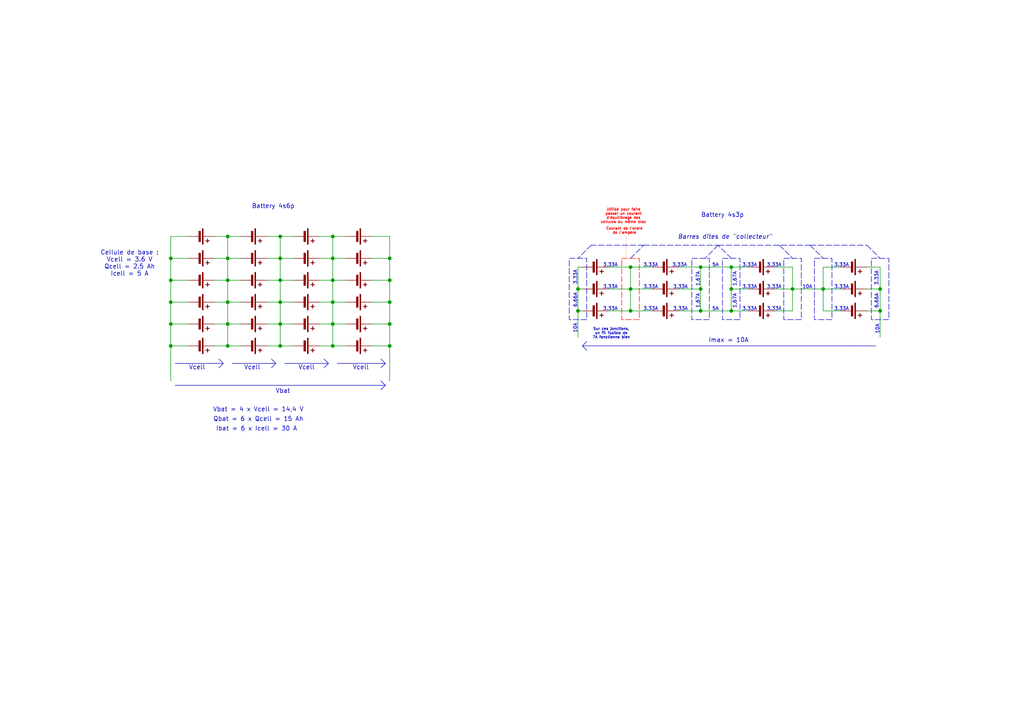
<source format=kicad_sch>
(kicad_sch (version 20231120) (generator "eeschema") (generator_version "8.0")
  (paper "A4")
  (lib_symbols
    (symbol "Device:Battery_Cell" (pin_numbers hide) (pin_names (offset 0) hide)
      (property "Reference" "BT" (at 2.54 2.54 0))
      (property "Value" "Battery_Cell" (at 2.54 0 0))
      (symbol "Battery_Cell_0_1"
        (rectangle (start -2.286 1.778) (end 2.286 1.524) (fill (type outline)))
        (rectangle (start -1.524 1.016) (end 1.524 0.508) (fill (type outline)))
        (polyline (pts (xy 0 0.762) (xy 0 0)))
        (polyline (pts (xy 0 1.778) (xy 0 2.54)))
        (polyline (pts (xy 0.762 3.048) (xy 1.778 3.048)) (stroke (width 0.254)))
        (polyline (pts (xy 1.27 3.556) (xy 1.27 2.54)) (stroke (width 0.254)))
      )
      (symbol "Battery_Cell_1_1"
        (pin passive line (at 0 5.08 270) (length 2.54) (name "+") (number "1"))
        (pin passive line (at 0 -2.54 90) (length 2.54) (name "-") (number "2"))
      )
    )
  )
  (junction (at 113.03 87.63))
  (junction (at 203.2 77.47))
  (junction (at 255.27 83.82))
  (junction (at 81.28 74.93))
  (junction (at 81.28 68.58))
  (junction (at 238.76 83.82))
  (junction (at 49.53 87.63))
  (junction (at 81.28 87.63))
  (junction (at 81.28 81.28))
  (junction (at 96.52 74.93))
  (junction (at 66.04 100.33))
  (junction (at 96.52 81.28))
  (junction (at 182.88 90.17))
  (junction (at 81.28 93.98))
  (junction (at 255.27 90.17))
  (junction (at 49.53 93.98))
  (junction (at 203.2 83.82))
  (junction (at 212.09 77.47))
  (junction (at 229.87 83.82))
  (junction (at 96.52 100.33))
  (junction (at 212.09 90.17))
  (junction (at 113.03 93.98))
  (junction (at 81.28 100.33))
  (junction (at 96.52 87.63))
  (junction (at 49.53 74.93))
  (junction (at 66.04 81.28))
  (junction (at 203.2 90.17))
  (junction (at 66.04 68.58))
  (junction (at 182.88 83.82))
  (junction (at 49.53 100.33))
  (junction (at 113.03 74.93))
  (junction (at 182.88 77.47))
  (junction (at 113.03 81.28))
  (junction (at 113.03 100.33))
  (junction (at 96.52 93.98))
  (junction (at 66.04 74.93))
  (junction (at 167.64 90.17))
  (junction (at 49.53 81.28))
  (junction (at 66.04 87.63))
  (junction (at 167.64 83.82))
  (junction (at 66.04 93.98))
  (junction (at 96.52 68.58))
  (junction (at 212.09 83.82))
  (wire (pts (xy 77.47 93.98) (xy 81.28 93.98)))
  (wire (pts (xy 96.52 87.63) (xy 96.52 93.98)))
  (wire (pts (xy 62.23 100.33) (xy 66.04 100.33)))
  (polyline (pts (xy 93.98 104.14) (xy 95.25 105.41)))
  (wire (pts (xy 113.03 81.28) (xy 113.03 87.63)))
  (wire (pts (xy 182.88 83.82) (xy 189.23 83.82)))
  (wire (pts (xy 96.52 93.98) (xy 100.33 93.98)))
  (wire (pts (xy 113.03 100.33) (xy 113.03 110.49)))
  (wire (pts (xy 62.23 74.93) (xy 66.04 74.93)))
  (polyline (pts (xy 95.25 105.41) (xy 93.98 106.68)))
  (wire (pts (xy 49.53 100.33) (xy 49.53 110.49)))
  (polyline (pts (xy 50.8 105.41) (xy 64.77 105.41)))
  (wire (pts (xy 203.2 90.17) (xy 212.09 90.17)))
  (wire (pts (xy 77.47 68.58) (xy 81.28 68.58)))
  (wire (pts (xy 196.85 77.47) (xy 203.2 77.47)))
  (wire (pts (xy 196.85 83.82) (xy 203.2 83.82)))
  (wire (pts (xy 49.53 93.98) (xy 49.53 100.33)))
  (wire (pts (xy 81.28 74.93) (xy 81.28 81.28)))
  (wire (pts (xy 167.64 83.82) (xy 167.64 90.17)))
  (wire (pts (xy 176.53 90.17) (xy 182.88 90.17)))
  (wire (pts (xy 113.03 93.98) (xy 113.03 100.33)))
  (wire (pts (xy 96.52 74.93) (xy 96.52 81.28)))
  (polyline (pts (xy 50.8 111.76) (xy 111.76 111.76)))
  (polyline (pts (xy 226.06 71.12) (xy 229.87 74.93)) (stroke (width 0) (type dash)))
  (wire (pts (xy 49.53 93.98) (xy 54.61 93.98)))
  (wire (pts (xy 49.53 74.93) (xy 49.53 81.28)))
  (polyline (pts (xy 80.01 105.41) (xy 78.74 106.68)))
  (wire (pts (xy 167.64 83.82) (xy 168.91 83.82)))
  (wire (pts (xy 203.2 77.47) (xy 212.09 77.47)))
  (wire (pts (xy 81.28 81.28) (xy 85.09 81.28)))
  (wire (pts (xy 49.53 81.28) (xy 49.53 87.63)))
  (wire (pts (xy 77.47 74.93) (xy 81.28 74.93)))
  (polyline (pts (xy 171.45 71.12) (xy 167.64 74.93)) (stroke (width 0) (type dash)))
  (wire (pts (xy 212.09 83.82) (xy 217.17 83.82)))
  (wire (pts (xy 66.04 81.28) (xy 69.85 81.28)))
  (polyline (pts (xy 82.55 105.41) (xy 95.25 105.41)))
  (wire (pts (xy 62.23 81.28) (xy 66.04 81.28)))
  (wire (pts (xy 113.03 87.63) (xy 113.03 93.98)))
  (wire (pts (xy 96.52 100.33) (xy 100.33 100.33)))
  (wire (pts (xy 96.52 68.58) (xy 96.52 74.93)))
  (wire (pts (xy 62.23 93.98) (xy 66.04 93.98)))
  (wire (pts (xy 49.53 68.58) (xy 49.53 74.93)))
  (wire (pts (xy 238.76 90.17) (xy 243.84 90.17)))
  (wire (pts (xy 96.52 81.28) (xy 96.52 87.63)))
  (wire (pts (xy 81.28 68.58) (xy 81.28 74.93)))
  (wire (pts (xy 66.04 93.98) (xy 69.85 93.98)))
  (wire (pts (xy 92.71 87.63) (xy 96.52 87.63)))
  (wire (pts (xy 229.87 83.82) (xy 229.87 90.17)))
  (wire (pts (xy 96.52 93.98) (xy 96.52 100.33)))
  (polyline (pts (xy 234.95 71.12) (xy 238.76 74.93)) (stroke (width 0) (type dash)))
  (wire (pts (xy 66.04 74.93) (xy 66.04 81.28)))
  (wire (pts (xy 49.53 87.63) (xy 49.53 93.98)))
  (wire (pts (xy 107.95 81.28) (xy 113.03 81.28)))
  (wire (pts (xy 255.27 83.82) (xy 255.27 90.17)))
  (wire (pts (xy 49.53 68.58) (xy 54.61 68.58)))
  (polyline (pts (xy 111.76 111.76) (xy 110.49 113.03)))
  (polyline (pts (xy 168.91 100.33) (xy 170.18 99.06)))
  (wire (pts (xy 229.87 83.82) (xy 238.76 83.82)))
  (wire (pts (xy 96.52 87.63) (xy 100.33 87.63)))
  (wire (pts (xy 182.88 90.17) (xy 189.23 90.17)))
  (wire (pts (xy 251.46 83.82) (xy 255.27 83.82)))
  (wire (pts (xy 107.95 100.33) (xy 113.03 100.33)))
  (wire (pts (xy 49.53 100.33) (xy 54.61 100.33)))
  (wire (pts (xy 81.28 87.63) (xy 85.09 87.63)))
  (wire (pts (xy 81.28 81.28) (xy 81.28 87.63)))
  (polyline (pts (xy 182.88 74.93) (xy 186.69 71.12)) (stroke (width 0) (type dash)))
  (wire (pts (xy 66.04 87.63) (xy 69.85 87.63)))
  (wire (pts (xy 167.64 77.47) (xy 167.64 83.82)))
  (wire (pts (xy 203.2 83.82) (xy 203.2 90.17)))
  (wire (pts (xy 62.23 87.63) (xy 66.04 87.63)))
  (wire (pts (xy 49.53 87.63) (xy 54.61 87.63)))
  (polyline (pts (xy 168.91 100.33) (xy 170.18 101.6)))
  (wire (pts (xy 224.79 77.47) (xy 229.87 77.47)))
  (wire (pts (xy 167.64 90.17) (xy 167.64 97.79)))
  (polyline (pts (xy 247.65 100.33) (xy 254 100.33)))
  (polyline (pts (xy 181.61 68.58) (xy 181.61 74.93)) (stroke (width 0) (type dot) (color 255 0 0 1)))
  (polyline (pts (xy 97.79 105.41) (xy 111.76 105.41)))
  (wire (pts (xy 81.28 87.63) (xy 81.28 93.98)))
  (polyline (pts (xy 110.49 104.14) (xy 111.76 105.41)))
  (wire (pts (xy 92.71 74.93) (xy 96.52 74.93)))
  (wire (pts (xy 212.09 83.82) (xy 212.09 90.17)))
  (polyline (pts (xy 78.74 104.14) (xy 80.01 105.41)))
  (wire (pts (xy 167.64 77.47) (xy 168.91 77.47)))
  (wire (pts (xy 66.04 68.58) (xy 66.04 74.93)))
  (wire (pts (xy 255.27 90.17) (xy 255.27 97.79)))
  (wire (pts (xy 96.52 68.58) (xy 100.33 68.58)))
  (wire (pts (xy 212.09 77.47) (xy 212.09 83.82)))
  (wire (pts (xy 81.28 68.58) (xy 85.09 68.58)))
  (polyline (pts (xy 208.28 71.12) (xy 208.28 71.12)) (stroke (width 0) (type dash)))
  (wire (pts (xy 81.28 93.98) (xy 85.09 93.98)))
  (polyline (pts (xy 234.95 71.12) (xy 251.46 71.12)) (stroke (width 0) (type dash)))
  (wire (pts (xy 224.79 83.82) (xy 229.87 83.82)))
  (wire (pts (xy 251.46 90.17) (xy 255.27 90.17)))
  (wire (pts (xy 251.46 77.47) (xy 255.27 77.47)))
  (wire (pts (xy 238.76 83.82) (xy 243.84 83.82)))
  (wire (pts (xy 66.04 68.58) (xy 69.85 68.58)))
  (polyline (pts (xy 251.46 71.12) (xy 255.27 74.93)) (stroke (width 0) (type dash)))
  (wire (pts (xy 66.04 87.63) (xy 66.04 93.98)))
  (wire (pts (xy 238.76 77.47) (xy 238.76 83.82)))
  (polyline (pts (xy 111.76 111.76) (xy 110.49 110.49)))
  (wire (pts (xy 92.71 68.58) (xy 96.52 68.58)))
  (wire (pts (xy 81.28 74.93) (xy 85.09 74.93)))
  (wire (pts (xy 81.28 93.98) (xy 81.28 100.33)))
  (wire (pts (xy 224.79 90.17) (xy 229.87 90.17)))
  (wire (pts (xy 196.85 90.17) (xy 203.2 90.17)))
  (polyline (pts (xy 186.69 71.12) (xy 171.45 71.12)) (stroke (width 0) (type dash)))
  (polyline (pts (xy 168.91 100.33) (xy 247.65 100.33)))
  (polyline (pts (xy 212.09 74.93) (xy 208.28 71.12)) (stroke (width 0) (type dash)))
  (wire (pts (xy 62.23 68.58) (xy 66.04 68.58)))
  (wire (pts (xy 92.71 81.28) (xy 96.52 81.28)))
  (wire (pts (xy 66.04 74.93) (xy 69.85 74.93)))
  (wire (pts (xy 49.53 74.93) (xy 54.61 74.93)))
  (wire (pts (xy 96.52 74.93) (xy 100.33 74.93)))
  (wire (pts (xy 49.53 81.28) (xy 54.61 81.28)))
  (wire (pts (xy 176.53 77.47) (xy 182.88 77.47)))
  (wire (pts (xy 182.88 77.47) (xy 182.88 83.82)))
  (wire (pts (xy 66.04 81.28) (xy 66.04 87.63)))
  (wire (pts (xy 255.27 77.47) (xy 255.27 83.82)))
  (wire (pts (xy 81.28 100.33) (xy 85.09 100.33)))
  (polyline (pts (xy 208.28 71.12) (xy 234.95 71.12)) (stroke (width 0) (type dash)))
  (wire (pts (xy 167.64 90.17) (xy 168.91 90.17)))
  (wire (pts (xy 113.03 68.58) (xy 113.03 74.93)))
  (wire (pts (xy 238.76 83.82) (xy 238.76 90.17)))
  (wire (pts (xy 182.88 83.82) (xy 182.88 90.17)))
  (polyline (pts (xy 67.31 105.41) (xy 80.01 105.41)))
  (wire (pts (xy 203.2 77.47) (xy 203.2 83.82)))
  (wire (pts (xy 92.71 100.33) (xy 96.52 100.33)))
  (wire (pts (xy 107.95 74.93) (xy 113.03 74.93)))
  (wire (pts (xy 107.95 93.98) (xy 113.03 93.98)))
  (wire (pts (xy 229.87 77.47) (xy 229.87 83.82)))
  (wire (pts (xy 212.09 77.47) (xy 217.17 77.47)))
  (wire (pts (xy 66.04 100.33) (xy 69.85 100.33)))
  (polyline (pts (xy 63.5 104.14) (xy 64.77 105.41)))
  (wire (pts (xy 212.09 90.17) (xy 217.17 90.17)))
  (wire (pts (xy 176.53 83.82) (xy 182.88 83.82)))
  (wire (pts (xy 96.52 81.28) (xy 100.33 81.28)))
  (polyline (pts (xy 208.28 71.12) (xy 204.47 74.93)) (stroke (width 0) (type dash)))
  (wire (pts (xy 77.47 87.63) (xy 81.28 87.63)))
  (wire (pts (xy 107.95 68.58) (xy 113.03 68.58)))
  (polyline (pts (xy 186.69 71.12) (xy 208.28 71.12)) (stroke (width 0) (type dash)))
  (wire (pts (xy 238.76 77.47) (xy 243.84 77.47)))
  (wire (pts (xy 92.71 93.98) (xy 96.52 93.98)))
  (wire (pts (xy 107.95 87.63) (xy 113.03 87.63)))
  (wire (pts (xy 113.03 74.93) (xy 113.03 81.28)))
  (wire (pts (xy 66.04 93.98) (xy 66.04 100.33)))
  (wire (pts (xy 182.88 77.47) (xy 189.23 77.47)))
  (polyline (pts (xy 64.77 105.41) (xy 63.5 106.68)))
  (wire (pts (xy 77.47 81.28) (xy 81.28 81.28)))
  (polyline (pts (xy 111.76 105.41) (xy 110.49 106.68)))
  (wire (pts (xy 77.47 100.33) (xy 81.28 100.33)))
  (rectangle (start 236.22 74.93) (end 241.3 92.71) (stroke (width 0) (type dash)))
  (rectangle (start 180.34 74.93) (end 185.42 92.71) (stroke (width 0) (type dash) (color 255 0 0 1)))
  (rectangle (start 165.1 74.93) (end 170.18 92.71) (stroke (width 0) (type dash)))
  (rectangle (start 252.73 74.93) (end 257.81 92.71) (stroke (width 0) (type dash)))
  (rectangle (start 227.33 74.93) (end 232.41 92.71) (stroke (width 0) (type dash)))
  (rectangle (start 209.55 74.93) (end 214.63 92.71) (stroke (width 0) (type dash)))
  (rectangle (start 200.66 74.93) (end 205.74 92.71) (stroke (width 0) (type dash)))
  (text "3.33A" (at 224.536 76.962 0) (effects (font (size 1 1))))
  (text "Vcell" (at 104.648 106.68 0) (effects (font (size 1.27 1.27))))
  (text "3.33A" (at 197.104 76.962 0) (effects (font (size 1 1))))
  (text "Battery 4s6p" (at 79.248 59.944 0) (effects (font (size 1.27 1.27))))
  (text "3.33A" (at 177.038 83.312 0) (effects (font (size 1 1))))
  (text "Qbat = 6 x Qcell = 15 Ah" (at 74.93 121.666 0) (effects (font (size 1.27 1.27))))
  (text "Vcell" (at 88.9 106.68 0) (effects (font (size 1.27 1.27))))
  (text "Vcell" (at 57.15 106.68 0) (effects (font (size 1.27 1.27))))
  (text "1,67A" (at 213.106 87.376 90) (effects (font (size 1 1))))
  (text "Vcell" (at 73.152 106.68 0) (effects (font (size 1.27 1.27))))
  (text "Battery 4s3p" (at 209.55 62.484 0) (effects (font (size 1.27 1.27))))
  (text "3.33A" (at 188.722 89.662 0) (effects (font (size 1 1))))
  (text "3.33A" (at 177.038 76.962 0) (effects (font (size 1 1))))
  (text "1,67A" (at 202.438 81.026 90) (effects (font (size 1 1))))
  (text "3.33A" (at 197.358 89.662 0) (effects (font (size 1 1))))
  (text "Vbat = 4 x Vcell = 14,4 V" (at 74.93 118.872 0) (effects (font (size 1.27 1.27))))
  (text "Ibat = 6 x Icell = 30 A" (at 74.422 124.46 0) (effects (font (size 1.27 1.27))))
  (text "3.33A" (at 217.424 76.962 0) (effects (font (size 1 1))))
  (text "10A" (at 166.878 95.25 90) (effects (font (size 1 1))))
  (text "3.33A" (at 254.254 80.772 90) (effects (font (size 1 1))))
  (text "5A" (at 207.518 76.962 0) (effects (font (size 1 1))))
  (text "Sur ces jonctions,\nun fil fusible de\n7A fonctionne bien" (at 177.292 96.774 0) (effects (font (size 0.75 0.75))))
  (text "Imax = 10A" (at 211.328 98.806 0) (effects (font (size 1.27 1.27))))
  (text "6.66A" (at 166.878 87.122 90) (effects (font (size 1 1))))
  (text "5A" (at 207.518 89.662 0) (effects (font (size 1 1))))
  (text "3.33A" (at 224.536 89.662 0) (effects (font (size 1 1))))
  (text "Vbat" (at 82.042 113.538 0) (effects (font (size 1.27 1.27))))
  (text "3.33A" (at 244.094 89.662 0) (effects (font (size 1 1))))
  (text "3.33A" (at 188.722 76.962 0) (effects (font (size 1 1))))
  (text "3.33A" (at 166.878 80.518 90) (effects (font (size 1 1))))
  (text "Barres dites de \"collecteur\"" (at 210.312 68.834 0) (effects (font (size 1.27 1.27) (italic yes))))
  (text "3.33A" (at 224.536 83.312 0) (effects (font (size 1 1))))
  (text "3.33A" (at 244.094 76.962 0) (effects (font (size 1 1))))
  (text "3.33A" (at 197.358 83.312 0) (effects (font (size 1 1))))
  (text "Courant de l'ordre\nde l'ampère" (at 181.102 67.056 0) (effects (font (size 0.75 0.75))))
  (text "3.33A" (at 217.424 89.662 0) (effects (font (size 1 1))))
  (text "3.33A" (at 177.038 89.662 0) (effects (font (size 1 1))))
  (text "1,67A" (at 202.438 87.376 90) (effects (font (size 1 1))))
  (text "Utilisé pour faire\npasser un courant\nd'équilibrage des\ncellules du même bloc" (at 180.848 62.738 0) (effects (font (size 0.75 0.75))))
  (text "1,67A" (at 213.106 81.026 90) (effects (font (size 1 1))))
  (text "3.33A" (at 188.722 83.312 0) (effects (font (size 1 1))))
  (text "10A" (at 234.188 83.312 0) (effects (font (size 1 1))))
  (text "3.33A" (at 217.424 83.312 0) (effects (font (size 1 1))))
  (text "Cellule de base :\nVcell = 3.6 V\nQcell = 2.5 Ah\nIcell = 5 A" (at 37.592 76.454 0) (effects (font (size 1.27 1.27))))
  (text "3.33A" (at 244.094 83.312 0) (effects (font (size 1 1))))
  (text "10A" (at 254.508 95.504 90) (effects (font (size 1 1))))
  (text "6.66A" (at 254.254 87.376 90) (effects (font (size 1 1))))
  (symbol (lib_id "Device:Battery_Cell") (at 102.87 100.33 270) (unit 1)
    (property "Reference" "BT24" (effects (hide yes)))
    (property "Value" "Battery_Cell" (effects (hide yes)))
    (property "Description" "Single-cell battery" (effects (hide yes)))
  )
  (symbol (lib_id "Device:Battery_Cell") (at 72.39 68.58 270) (unit 1)
    (property "Reference" "BT7" (effects (hide yes)))
    (property "Value" "Battery_Cell" (effects (hide yes)))
    (property "Description" "Single-cell battery" (effects (hide yes)))
  )
  (symbol (lib_id "Device:Battery_Cell") (at 191.77 77.47 270) (unit 1)
    (property "Reference" "BT28" (effects (hide yes)))
    (property "Value" "Battery_Cell" (effects (hide yes)))
    (property "Description" "Single-cell battery" (effects (hide yes)))
  )
  (symbol (lib_id "Device:Battery_Cell") (at 102.87 68.58 270) (unit 1)
    (property "Reference" "BT19" (effects (hide yes)))
    (property "Value" "Battery_Cell" (effects (hide yes)))
    (property "Description" "Single-cell battery" (effects (hide yes)))
  )
  (symbol (lib_id "Device:Battery_Cell") (at 72.39 81.28 270) (unit 1)
    (property "Reference" "BT9" (effects (hide yes)))
    (property "Value" "Battery_Cell" (effects (hide yes)))
    (property "Description" "Single-cell battery" (effects (hide yes)))
  )
  (symbol (lib_id "Device:Battery_Cell") (at 57.15 68.58 270) (unit 1)
    (property "Reference" "BT1" (effects (hide yes)))
    (property "Value" "Battery_Cell" (effects (hide yes)))
    (property "Description" "Single-cell battery" (effects (hide yes)))
  )
  (symbol (lib_id "Device:Battery_Cell") (at 57.15 93.98 270) (unit 1)
    (property "Reference" "BT5" (effects (hide yes)))
    (property "Value" "Battery_Cell" (effects (hide yes)))
    (property "Description" "Single-cell battery" (effects (hide yes)))
  )
  (symbol (lib_id "Device:Battery_Cell") (at 72.39 74.93 270) (unit 1)
    (property "Reference" "BT8" (effects (hide yes)))
    (property "Value" "Battery_Cell" (effects (hide yes)))
    (property "Description" "Single-cell battery" (effects (hide yes)))
  )
  (symbol (lib_id "Device:Battery_Cell") (at 57.15 87.63 270) (unit 1)
    (property "Reference" "BT4" (effects (hide yes)))
    (property "Value" "Battery_Cell" (effects (hide yes)))
    (property "Description" "Single-cell battery" (effects (hide yes)))
  )
  (symbol (lib_id "Device:Battery_Cell") (at 72.39 87.63 270) (unit 1)
    (property "Reference" "BT10" (effects (hide yes)))
    (property "Value" "Battery_Cell" (effects (hide yes)))
    (property "Description" "Single-cell battery" (effects (hide yes)))
  )
  (symbol (lib_id "Device:Battery_Cell") (at 87.63 81.28 270) (unit 1)
    (property "Reference" "BT15" (effects (hide yes)))
    (property "Value" "Battery_Cell" (effects (hide yes)))
    (property "Description" "Single-cell battery" (effects (hide yes)))
  )
  (symbol (lib_id "Device:Battery_Cell") (at 72.39 93.98 270) (unit 1)
    (property "Reference" "BT11" (effects (hide yes)))
    (property "Value" "Battery_Cell" (effects (hide yes)))
    (property "Description" "Single-cell battery" (effects (hide yes)))
  )
  (symbol (lib_id "Device:Battery_Cell") (at 57.15 74.93 270) (unit 1)
    (property "Reference" "BT2" (effects (hide yes)))
    (property "Value" "Battery_Cell" (effects (hide yes)))
    (property "Description" "Single-cell battery" (effects (hide yes)))
  )
  (symbol (lib_id "Device:Battery_Cell") (at 219.71 83.82 270) (unit 1)
    (property "Reference" "BT32" (effects (hide yes)))
    (property "Value" "Battery_Cell" (effects (hide yes)))
    (property "Description" "Single-cell battery" (effects (hide yes)))
  )
  (symbol (lib_id "Device:Battery_Cell") (at 87.63 93.98 270) (unit 1)
    (property "Reference" "BT17" (effects (hide yes)))
    (property "Value" "Battery_Cell" (effects (hide yes)))
    (property "Description" "Single-cell battery" (effects (hide yes)))
  )
  (symbol (lib_id "Device:Battery_Cell") (at 57.15 100.33 270) (unit 1)
    (property "Reference" "BT6" (effects (hide yes)))
    (property "Value" "Battery_Cell" (effects (hide yes)))
    (property "Description" "Single-cell battery" (effects (hide yes)))
  )
  (symbol (lib_id "Device:Battery_Cell") (at 72.39 100.33 270) (unit 1)
    (property "Reference" "BT12" (effects (hide yes)))
    (property "Value" "Battery_Cell" (effects (hide yes)))
    (property "Description" "Single-cell battery" (effects (hide yes)))
  )
  (symbol (lib_id "Device:Battery_Cell") (at 191.77 90.17 270) (unit 1)
    (property "Reference" "BT30" (effects (hide yes)))
    (property "Value" "Battery_Cell" (effects (hide yes)))
    (property "Description" "Single-cell battery" (effects (hide yes)))
  )
  (symbol (lib_id "Device:Battery_Cell") (at 246.38 90.17 270) (unit 1)
    (property "Reference" "BT36" (effects (hide yes)))
    (property "Value" "Battery_Cell" (effects (hide yes)))
    (property "Description" "Single-cell battery" (effects (hide yes)))
  )
  (symbol (lib_id "Device:Battery_Cell") (at 87.63 74.93 270) (unit 1)
    (property "Reference" "BT14" (effects (hide yes)))
    (property "Value" "Battery_Cell" (effects (hide yes)))
    (property "Description" "Single-cell battery" (effects (hide yes)))
  )
  (symbol (lib_id "Device:Battery_Cell") (at 171.45 90.17 270) (unit 1)
    (property "Reference" "BT27" (effects (hide yes)))
    (property "Value" "Battery_Cell" (effects (hide yes)))
    (property "Description" "Single-cell battery" (effects (hide yes)))
  )
  (symbol (lib_id "Device:Battery_Cell") (at 57.15 81.28 270) (unit 1)
    (property "Reference" "BT3" (effects (hide yes)))
    (property "Value" "Battery_Cell" (effects (hide yes)))
    (property "Description" "Single-cell battery" (effects (hide yes)))
  )
  (symbol (lib_id "Device:Battery_Cell") (at 219.71 90.17 270) (unit 1)
    (property "Reference" "BT33" (effects (hide yes)))
    (property "Value" "Battery_Cell" (effects (hide yes)))
    (property "Description" "Single-cell battery" (effects (hide yes)))
  )
  (symbol (lib_id "Device:Battery_Cell") (at 102.87 87.63 270) (unit 1)
    (property "Reference" "BT22" (effects (hide yes)))
    (property "Value" "Battery_Cell" (effects (hide yes)))
    (property "Description" "Single-cell battery" (effects (hide yes)))
  )
  (symbol (lib_id "Device:Battery_Cell") (at 102.87 81.28 270) (unit 1)
    (property "Reference" "BT21" (effects (hide yes)))
    (property "Value" "Battery_Cell" (effects (hide yes)))
    (property "Description" "Single-cell battery" (effects (hide yes)))
  )
  (symbol (lib_id "Device:Battery_Cell") (at 246.38 77.47 270) (unit 1)
    (property "Reference" "BT34" (effects (hide yes)))
    (property "Value" "Battery_Cell" (effects (hide yes)))
    (property "Description" "Single-cell battery" (effects (hide yes)))
  )
  (symbol (lib_id "Device:Battery_Cell") (at 219.71 77.47 270) (unit 1)
    (property "Reference" "BT31" (effects (hide yes)))
    (property "Value" "Battery_Cell" (effects (hide yes)))
    (property "Description" "Single-cell battery" (effects (hide yes)))
  )
  (symbol (lib_id "Device:Battery_Cell") (at 102.87 74.93 270) (unit 1)
    (property "Reference" "BT20" (effects (hide yes)))
    (property "Value" "Battery_Cell" (effects (hide yes)))
    (property "Description" "Single-cell battery" (effects (hide yes)))
  )
  (symbol (lib_id "Device:Battery_Cell") (at 87.63 68.58 270) (unit 1)
    (property "Reference" "BT13" (effects (hide yes)))
    (property "Value" "Battery_Cell" (effects (hide yes)))
    (property "Description" "Single-cell battery" (effects (hide yes)))
  )
  (symbol (lib_id "Device:Battery_Cell") (at 171.45 77.47 270) (unit 1)
    (property "Reference" "BT25" (effects (hide yes)))
    (property "Value" "Battery_Cell" (effects (hide yes)))
    (property "Description" "Single-cell battery" (effects (hide yes)))
  )
  (symbol (lib_id "Device:Battery_Cell") (at 191.77 83.82 270) (unit 1)
    (property "Reference" "BT29" (effects (hide yes)))
    (property "Value" "Battery_Cell" (effects (hide yes)))
    (property "Description" "Single-cell battery" (effects (hide yes)))
  )
  (symbol (lib_id "Device:Battery_Cell") (at 87.63 100.33 270) (unit 1)
    (property "Reference" "BT18" (effects (hide yes)))
    (property "Value" "Battery_Cell" (effects (hide yes)))
    (property "Description" "Single-cell battery" (effects (hide yes)))
  )
  (symbol (lib_id "Device:Battery_Cell") (at 102.87 93.98 270) (unit 1)
    (property "Reference" "BT23" (effects (hide yes)))
    (property "Value" "Battery_Cell" (effects (hide yes)))
    (property "Description" "Single-cell battery" (effects (hide yes)))
  )
  (symbol (lib_id "Device:Battery_Cell") (at 246.38 83.82 270) (unit 1)
    (property "Reference" "BT35" (effects (hide yes)))
    (property "Value" "Battery_Cell" (effects (hide yes)))
    (property "Description" "Single-cell battery" (effects (hide yes)))
  )
  (symbol (lib_id "Device:Battery_Cell") (at 87.63 87.63 270) (unit 1)
    (property "Reference" "BT16" (effects (hide yes)))
    (property "Value" "Battery_Cell" (effects (hide yes)))
    (property "Description" "Single-cell battery" (effects (hide yes)))
  )
  (symbol (lib_id "Device:Battery_Cell") (at 171.45 83.82 270) (unit 1)
    (property "Reference" "BT26" (effects (hide yes)))
    (property "Value" "Battery_Cell" (effects (hide yes)))
    (property "Description" "Single-cell battery" (effects (hide yes)))
  )
)
</source>
